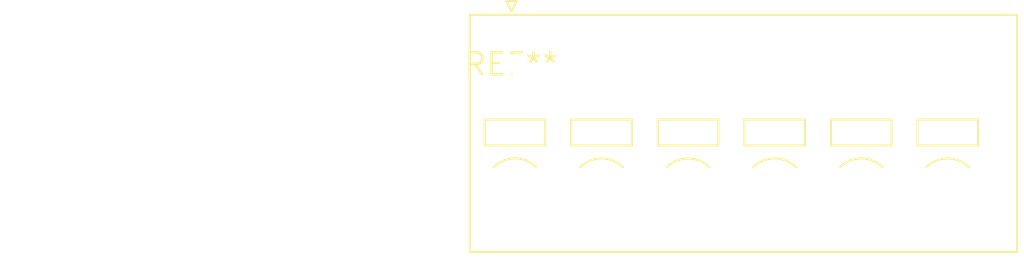
<source format=kicad_pcb>
(kicad_pcb (version 20240108) (generator pcbnew)
  (layers (0 "F.Cu" signal) (31 "B.Cu" signal) (34 "B.Paste" user) (35 "F.Paste" user) (36 "B.SilkS" user "B.Silkscreen") (37 "F.SilkS" user "F.Silkscreen") (38 "B.Mask" user) (39 "F.Mask" user) (44 "Edge.Cuts" user))
  (net 0 "")
  (footprint "PhoenixContact_SPT_2.5_6-V-5.0-EX_1x06_P5.0mm_Vertical" (layer "F.Cu") (at 0 0)
    (property "Reference" "REF**")
    (property "Value" "PhoenixContact_SPT_2.5_6-V-5.0-EX_1x06_P5.0mm_Vertical")
    (fp_line (start -2.41 -2.86) (end 29.21 -2.86) (layer "F.SilkS") (stroke (width 0.12)))
    (fp_line (start -2.41 10.86) (end -2.41 -2.86) (layer "F.SilkS") (stroke (width 0.12)))
    (fp_line (start -1.55 3.2) (end -1.55 4.7) (layer "F.SilkS") (stroke (width 0.12)))
    (fp_line (start -1.55 4.7) (end 1.95 4.7) (layer "F.SilkS") (stroke (width 0.12)))
    (fp_line (start -0.3 -3.66) (end 0 -3.06) (layer "F.SilkS") (stroke (width 0.12)))
    (fp_line (start -0.3 -3.66) (end 0.3 -3.66) (layer "F.SilkS") (stroke (width 0.12)))
    (fp_line (start 0.3 -3.66) (end 0 -3.06) (layer "F.SilkS") (stroke (width 0.12)))
    (fp_line (start 1.95 3.2) (end -1.55 3.2) (layer "F.SilkS") (stroke (width 0.12)))
    (fp_line (start 1.95 4.7) (end 1.95 3.2) (layer "F.SilkS") (stroke (width 0.12)))
    (fp_line (start 3.45 3.2) (end 3.45 4.7) (layer "F.SilkS") (stroke (width 0.12)))
    (fp_line (start 3.45 4.7) (end 6.95 4.7) (layer "F.SilkS") (stroke (width 0.12)))
    (fp_line (start 6.95 3.2) (end 3.45 3.2) (layer "F.SilkS") (stroke (width 0.12)))
    (fp_line (start 6.95 4.7) (end 6.95 3.2) (layer "F.SilkS") (stroke (width 0.12)))
    (fp_line (start 8.45 3.2) (end 8.45 4.7) (layer "F.SilkS") (stroke (width 0.12)))
    (fp_line (start 8.45 4.7) (end 11.95 4.7) (layer "F.SilkS") (stroke (width 0.12)))
    (fp_line (start 11.95 3.2) (end 8.45 3.2) (layer "F.SilkS") (stroke (width 0.12)))
    (fp_line (start 11.95 4.7) (end 11.95 3.2) (layer "F.SilkS") (stroke (width 0.12)))
    (fp_line (start 13.45 3.2) (end 13.45 4.7) (layer "F.SilkS") (stroke (width 0.12)))
    (fp_line (start 13.45 4.7) (end 16.95 4.7) (layer "F.SilkS") (stroke (width 0.12)))
    (fp_line (start 16.95 3.2) (end 13.45 3.2) (layer "F.SilkS") (stroke (width 0.12)))
    (fp_line (start 16.95 4.7) (end 16.95 3.2) (layer "F.SilkS") (stroke (width 0.12)))
    (fp_line (start 18.45 3.2) (end 18.45 4.7) (layer "F.SilkS") (stroke (width 0.12)))
    (fp_line (start 18.45 4.7) (end 21.95 4.7) (layer "F.SilkS") (stroke (width 0.12)))
    (fp_line (start 21.95 3.2) (end 18.45 3.2) (layer "F.SilkS") (stroke (width 0.12)))
    (fp_line (start 21.95 4.7) (end 21.95 3.2) (layer "F.SilkS") (stroke (width 0.12)))
    (fp_line (start 23.45 3.2) (end 23.45 4.7) (layer "F.SilkS") (stroke (width 0.12)))
    (fp_line (start 23.45 4.7) (end 26.95 4.7) (layer "F.SilkS") (stroke (width 0.12)))
    (fp_line (start 26.95 3.2) (end 23.45 3.2) (layer "F.SilkS") (stroke (width 0.12)))
    (fp_line (start 26.95 4.7) (end 26.95 3.2) (layer "F.SilkS") (stroke (width 0.12)))
    (fp_line (start 29.21 -2.86) (end 29.21 10.86) (layer "F.SilkS") (stroke (width 0.12)))
    (fp_line (start 29.21 10.86) (end -2.41 10.86) (layer "F.SilkS") (stroke (width 0.12)))
    (fp_arc (start -1.037437 5.962563) (mid 0.2 5.45) (end 1.437437 5.962563) (layer "F.SilkS") (stroke (width 0.12)))
    (fp_arc (start 3.962563 5.962563) (mid 5.2 5.45) (end 6.437437 5.962563) (layer "F.SilkS") (stroke (width 0.12)))
    (fp_arc (start 8.962563 5.962563) (mid 10.2 5.45) (end 11.437437 5.962563) (layer "F.SilkS") (stroke (width 0.12)))
    (fp_arc (start 13.962563 5.962563) (mid 15.2 5.45) (end 16.437437 5.962563) (layer "F.SilkS") (stroke (width 0.12)))
    (fp_arc (start 18.962563 5.962563) (mid 20.2 5.45) (end 21.437437 5.962563) (layer "F.SilkS") (stroke (width 0.12)))
    (fp_arc (start 23.962563 5.962563) (mid 25.2 5.45) (end 26.437437 5.962563) (layer "F.SilkS") (stroke (width 0.12)))
    (pad "1" thru_hole roundrect (at 0 0) (size 1.8 3.3) (drill 1.1) (layers *.Cu *.Mask) (remove_unused_layers) (roundrect_rratio 0.138889))
    (pad "1" thru_hole roundrect (at 0 8.2) (size 1.8 3.3) (drill 1.1) (layers *.Cu *.Mask) (remove_unused_layers) (roundrect_rratio 0.138889))
    (pad "2" thru_hole oval (at 5 0) (size 1.8 3.3) (drill 1.1) (layers *.Cu *.Mask) (remove_unused_layers))
    (pad "2" thru_hole oval (at 5 8.2) (size 1.8 3.3) (drill 1.1) (layers *.Cu *.Mask) (remove_unused_layers))
    (pad "3" thru_hole oval (at 10 0) (size 1.8 3.3) (drill 1.1) (layers *.Cu *.Mask) (remove_unused_layers))
    (pad "3" thru_hole oval (at 10 8.2) (size 1.8 3.3) (drill 1.1) (layers *.Cu *.Mask) (remove_unused_layers))
    (pad "4" thru_hole oval (at 15 0) (size 1.8 3.3) (drill 1.1) (layers *.Cu *.Mask) (remove_unused_layers))
    (pad "4" thru_hole oval (at 15 8.2) (size 1.8 3.3) (drill 1.1) (layers *.Cu *.Mask) (remove_unused_layers))
    (pad "5" thru_hole oval (at 20 0) (size 1.8 3.3) (drill 1.1) (layers *.Cu *.Mask) (remove_unused_layers))
    (pad "5" thru_hole oval (at 20 8.2) (size 1.8 3.3) (drill 1.1) (layers *.Cu *.Mask) (remove_unused_layers))
    (pad "6" thru_hole oval (at 25 0) (size 1.8 3.3) (drill 1.1) (layers *.Cu *.Mask) (remove_unused_layers))
    (pad "6" thru_hole oval (at 25 8.2) (size 1.8 3.3) (drill 1.1) (layers *.Cu *.Mask) (remove_unused_layers))
  )
)
</source>
